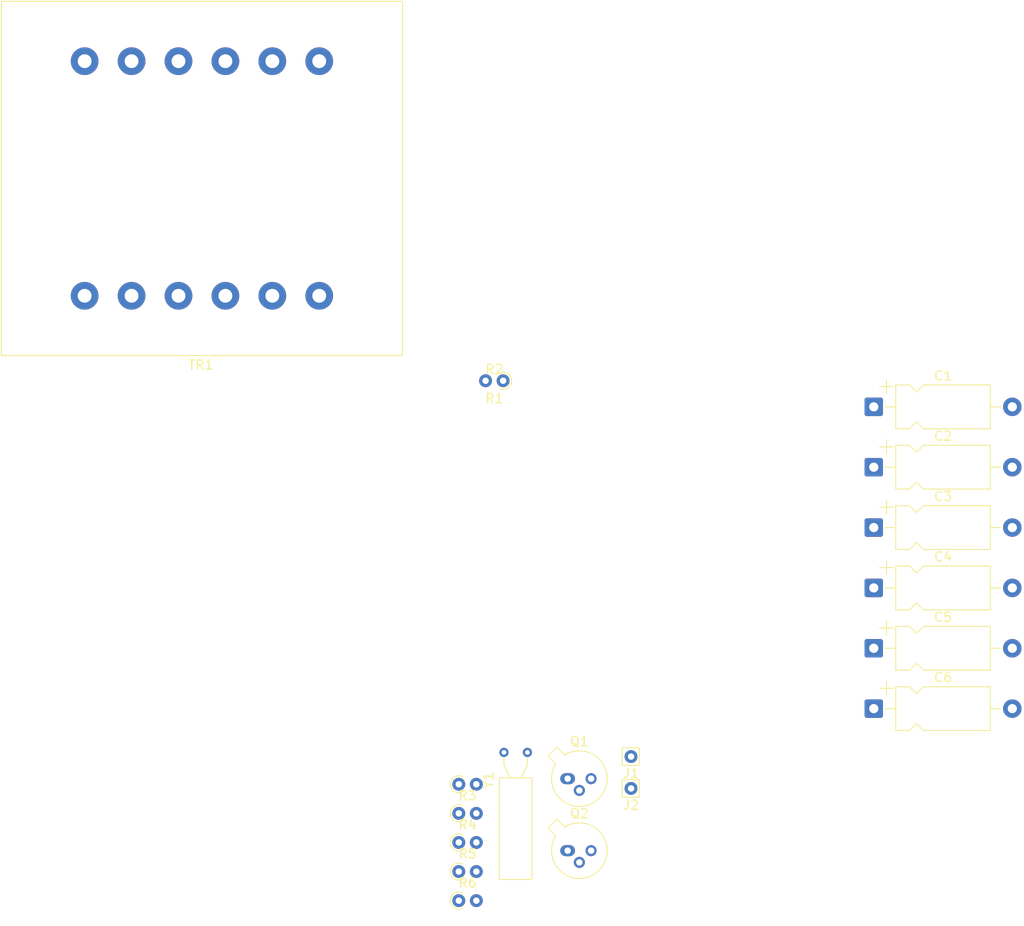
<source format=kicad_pcb>
(kicad_pcb (version 20241229) (generator "pcbnew") (generator_version "9.0")
  (layers (0 "F.Cu" signal) (2 "B.Cu" signal) (13 "F.Paste" user) (15 "B.Paste" user) (5 "F.SilkS" user "F.Silkscreen") (7 "B.SilkS" user "B.Silkscreen") (1 "F.Mask" user) (3 "B.Mask" user) (25 "Edge.Cuts" user))
  (net 0 "")
  (net 1 "Net-(C5-Pad1)")
  (net 2 "Net-(Q1-C)")
  (net 3 "Net-(C3-Pad1)")
  (net 4 "Net-(R5-Pad2)")
  (net 5 "Net-(Q2-E)")
  (net 6 "Net-(Q2-B)")
  (net 7 "Net-(Q2-C)")
  (net 8 "Net-(C1-Pad2)")
  (net 9 "Net-(Q1-E)")
  (net 10 "Net-(Q1-B)")
  (net 11 "Net-(J2-Pin_1)")
  (net 12 "Net-(J1-Pin_1)")
  (footprint "Crystal:Crystal_AT310_D3.0mm_L10.0mm_Horizontal" (layer "F.Cu") (at 123.96 100.24)
    (property "Reference" "Y1" (at -1.67 3.0025 90) (layer "F.SilkS"))
    (property "Value" "Crystal")
    (fp_line (start 0 1.37) (end 0 0.56) (stroke (width 0.12)) (layer "F.SilkS"))
    (fp_line (start 0.67 2.74) (end 0 1.37) (stroke (width 0.12)) (layer "F.SilkS"))
    (fp_line (start 1.87 2.74) (end 2.54 1.37) (stroke (width 0.12)) (layer "F.SilkS"))
    (fp_line (start 2.54 1.37) (end 2.54 0.56) (stroke (width 0.12)) (layer "F.SilkS"))
    (fp_rect (start -0.49 2.74) (end 3.03 13.76) (stroke (width 0.12)) (fill no) (layer "F.SilkS"))
    (pad "1" thru_hole circle (at 0 0) (size 1 1) (drill 0.5) (layers "*.Cu" "*.Mask") (net 10 "Net-(Q1-B)"))
    (pad "2" thru_hole circle (at 2.54 0) (size 1 1) (drill 0.5) (layers "*.Cu" "*.Mask") (net 2 "Net-(Q1-C)"))
  )
  (footprint "Capacitor_THT:CP_Axial_L10.0mm_D4.5mm_P15.00mm_Horizontal" (layer "F.Cu") (at 164 82.43)
    (property "Reference" "C4" (at 7.5 -3.37 0) (layer "F.SilkS"))
    (property "Value" "C")
    (fp_line (start 0.63 -2.2) (end 2.13 -2.2) (stroke (width 0.12)) (layer "F.SilkS"))
    (fp_line (start 1.24 0) (end 2.38 0) (stroke (width 0.12)) (layer "F.SilkS"))
    (fp_line (start 1.38 -2.95) (end 1.38 -1.45) (stroke (width 0.12)) (layer "F.SilkS"))
    (fp_line (start 2.38 -2.37) (end 2.38 2.37) (stroke (width 0.12)) (layer "F.SilkS"))
    (fp_line (start 2.38 -2.37) (end 3.88 -2.37) (stroke (width 0.12)) (layer "F.SilkS"))
    (fp_line (start 2.38 2.37) (end 3.88 2.37) (stroke (width 0.12)) (layer "F.SilkS"))
    (fp_line (start 3.88 -2.37) (end 4.63 -1.62) (stroke (width 0.12)) (layer "F.SilkS"))
    (fp_line (start 3.88 2.37) (end 4.63 1.62) (stroke (width 0.12)) (layer "F.SilkS"))
    (fp_line (start 4.63 -1.62) (end 5.38 -2.37) (stroke (width 0.12)) (layer "F.SilkS"))
    (fp_line (start 4.63 1.62) (end 5.38 2.37) (stroke (width 0.12)) (layer "F.SilkS"))
    (fp_line (start 5.38 -2.37) (end 12.62 -2.37) (stroke (width 0.12)) (layer "F.SilkS"))
    (fp_line (start 5.38 2.37) (end 12.62 2.37) (stroke (width 0.12)) (layer "F.SilkS"))
    (fp_line (start 12.62 -2.37) (end 12.62 2.37) (stroke (width 0.12)) (layer "F.SilkS"))
    (fp_line (start 13.76 0) (end 12.62 0) (stroke (width 0.12)) (layer "F.SilkS"))
    (pad "1" thru_hole roundrect (at 0 0) (size 2 2) (drill 1) (layers "*.Cu" "*.Mask") (roundrect_rratio 0.125) (net 11 "Net-(J2-Pin_1)"))
    (pad "2" thru_hole circle (at 15 0) (size 2 2) (drill 1) (layers "*.Cu" "*.Mask") (net 2 "Net-(Q1-C)"))
  )
  (footprint "Resistor_THT:R_Axial_DIN0204_L3.6mm_D1.6mm_P1.90mm_Vertical" (layer "F.Cu") (at 123.87 60 180)
    (property "Reference" "R1" (at 0.95 -1.92 0) (layer "F.SilkS"))
    (property "Value" "R")
    (fp_arc (start 0.417133 0.82) (mid -0.92 0) (end 0.417133 -0.82) (stroke (width 0.12)) (layer "F.SilkS"))
    (pad "1" thru_hole circle (at 0 0 180) (size 1.4 1.4) (drill 0.7) (layers "*.Cu" "*.Mask") (net 10 "Net-(Q1-B)"))
    (pad "2" thru_hole circle (at 1.9 0 180) (size 1.4 1.4) (drill 0.7) (layers "*.Cu" "*.Mask") (net 8 "Net-(C1-Pad2)"))
  )
  (footprint "Capacitor_THT:CP_Axial_L10.0mm_D4.5mm_P15.00mm_Horizontal" (layer "F.Cu") (at 164 95.5)
    (property "Reference" "C6" (at 7.5 -3.37 0) (layer "F.SilkS"))
    (property "Value" "C")
    (fp_line (start 0.63 -2.2) (end 2.13 -2.2) (stroke (width 0.12)) (layer "F.SilkS"))
    (fp_line (start 1.24 0) (end 2.38 0) (stroke (width 0.12)) (layer "F.SilkS"))
    (fp_line (start 1.38 -2.95) (end 1.38 -1.45) (stroke (width 0.12)) (layer "F.SilkS"))
    (fp_line (start 2.38 -2.37) (end 2.38 2.37) (stroke (width 0.12)) (layer "F.SilkS"))
    (fp_line (start 2.38 -2.37) (end 3.88 -2.37) (stroke (width 0.12)) (layer "F.SilkS"))
    (fp_line (start 2.38 2.37) (end 3.88 2.37) (stroke (width 0.12)) (layer "F.SilkS"))
    (fp_line (start 3.88 -2.37) (end 4.63 -1.62) (stroke (width 0.12)) (layer "F.SilkS"))
    (fp_line (start 3.88 2.37) (end 4.63 1.62) (stroke (width 0.12)) (layer "F.SilkS"))
    (fp_line (start 4.63 -1.62) (end 5.38 -2.37) (stroke (width 0.12)) (layer "F.SilkS"))
    (fp_line (start 4.63 1.62) (end 5.38 2.37) (stroke (width 0.12)) (layer "F.SilkS"))
    (fp_line (start 5.38 -2.37) (end 12.62 -2.37) (stroke (width 0.12)) (layer "F.SilkS"))
    (fp_line (start 5.38 2.37) (end 12.62 2.37) (stroke (width 0.12)) (layer "F.SilkS"))
    (fp_line (start 12.62 -2.37) (end 12.62 2.37) (stroke (width 0.12)) (layer "F.SilkS"))
    (fp_line (start 13.76 0) (end 12.62 0) (stroke (width 0.12)) (layer "F.SilkS"))
    (pad "1" thru_hole roundrect (at 0 0) (size 2 2) (drill 1) (layers "*.Cu" "*.Mask") (roundrect_rratio 0.125) (net 12 "Net-(J1-Pin_1)"))
    (pad "2" thru_hole circle (at 15 0) (size 2 2) (drill 1) (layers "*.Cu" "*.Mask") (net 5 "Net-(Q2-E)"))
  )
  (footprint "Transformer_THT:Transformer_37x44" (layer "F.Cu") (at 98.88 50.8 180)
    (property "Reference" "TR1" (at 7.75 -7.5 0) (layer "F.SilkS"))
    (property "Value" "TRANSF1")
    (fp_line (start 29.33 31.87) (end 29.33 -6.47) (stroke (width 0.12)) (layer "F.SilkS"))
    (fp_line (start 29.33 31.87) (end -14.09 31.87) (stroke (width 0.12)) (layer "F.SilkS"))
    (fp_line (start -14.09 -6.47) (end 29.33 -6.47) (stroke (width 0.12)) (layer "F.SilkS"))
    (fp_line (start -14.09 -6.47) (end -14.09 31.87) (stroke (width 0.12)) (layer "F.SilkS"))
    (pad "" thru_hole circle (at -5.08 0 180) (size 3 3) (drill 1.5) (layers "*.Cu" "*.Mask"))
    (pad "" thru_hole circle (at 0 25.4 180) (size 3 3) (drill 1.5) (layers "*.Cu" "*.Mask"))
    (pad "" thru_hole circle (at 5.08 0 180) (size 3 3) (drill 1.5) (layers "*.Cu" "*.Mask"))
    (pad "" thru_hole circle (at 10.16 0 180) (size 3 3) (drill 1.5) (layers "*.Cu" "*.Mask"))
    (pad "" thru_hole circle (at 10.16 25.4 180) (size 3 3) (drill 1.5) (layers "*.Cu" "*.Mask"))
    (pad "" thru_hole circle (at 15.24 0 180) (size 3 3) (drill 1.5) (layers "*.Cu" "*.Mask"))
    (pad "" thru_hole circle (at 15.24 25.4 180) (size 3 3) (drill 1.5) (layers "*.Cu" "*.Mask"))
    (pad "" thru_hole circle (at 20.32 25.4 180) (size 3 3) (drill 1.5) (layers "*.Cu" "*.Mask"))
    (pad "1" thru_hole circle (at 0 0 180) (size 3 3) (drill 1.5) (layers "*.Cu" "*.Mask") (net 3 "Net-(C3-Pad1)"))
    (pad "2" thru_hole circle (at 20.32 0 180) (size 3 3) (drill 1.5) (layers "*.Cu" "*.Mask") (net 2 "Net-(Q1-C)"))
    (pad "3" thru_hole circle (at 5.08 25.4 180) (size 3 3) (drill 1.5) (layers "*.Cu" "*.Mask") (net 4 "Net-(R5-Pad2)"))
    (pad "4" thru_hole circle (at -5.08 25.4 180) (size 3 3) (drill 1.5) (layers "*.Cu" "*.Mask") (net 1 "Net-(C5-Pad1)"))
  )
  (footprint "Capacitor_THT:CP_Axial_L10.0mm_D4.5mm_P15.00mm_Horizontal" (layer "F.Cu") (at 164 69.36)
    (property "Reference" "C2" (at 7.5 -3.37 0) (layer "F.SilkS"))
    (property "Value" "C")
    (fp_line (start 0.63 -2.2) (end 2.13 -2.2) (stroke (width 0.12)) (layer "F.SilkS"))
    (fp_line (start 1.24 0) (end 2.38 0) (stroke (width 0.12)) (layer "F.SilkS"))
    (fp_line (start 1.38 -2.95) (end 1.38 -1.45) (stroke (width 0.12)) (layer "F.SilkS"))
    (fp_line (start 2.38 -2.37) (end 2.38 2.37) (stroke (width 0.12)) (layer "F.SilkS"))
    (fp_line (start 2.38 -2.37) (end 3.88 -2.37) (stroke (width 0.12)) (layer "F.SilkS"))
    (fp_line (start 2.38 2.37) (end 3.88 2.37) (stroke (width 0.12)) (layer "F.SilkS"))
    (fp_line (start 3.88 -2.37) (end 4.63 -1.62) (stroke (width 0.12)) (layer "F.SilkS"))
    (fp_line (start 3.88 2.37) (end 4.63 1.62) (stroke (width 0.12)) (layer "F.SilkS"))
    (fp_line (start 4.63 -1.62) (end 5.38 -2.37) (stroke (width 0.12)) (layer "F.SilkS"))
    (fp_line (start 4.63 1.62) (end 5.38 2.37) (stroke (width 0.12)) (layer "F.SilkS"))
    (fp_line (start 5.38 -2.37) (end 12.62 -2.37) (stroke (width 0.12)) (layer "F.SilkS"))
    (fp_line (start 5.38 2.37) (end 12.62 2.37) (stroke (width 0.12)) (layer "F.SilkS"))
    (fp_line (start 12.62 -2.37) (end 12.62 2.37) (stroke (width 0.12)) (layer "F.SilkS"))
    (fp_line (start 13.76 0) (end 12.62 0) (stroke (width 0.12)) (layer "F.SilkS"))
    (pad "1" thru_hole roundrect (at 0 0) (size 2 2) (drill 1) (layers "*.Cu" "*.Mask") (roundrect_rratio 0.125) (net 9 "Net-(Q1-E)"))
    (pad "2" thru_hole circle (at 15 0) (size 2 2) (drill 1) (layers "*.Cu" "*.Mask") (net 8 "Net-(C1-Pad2)"))
  )
  (footprint "Package_TO_SOT_THT:TO-18-3" (layer "F.Cu") (at 130.853922 110.877844)
    (property "Reference" "Q2" (at 1.27 -4.01 0) (layer "F.SilkS"))
    (property "Value" "BC107")
    (fp_line (start -2.130108 -2.424301) (end -1.289618 -1.583811) (stroke (width 0.12)) (layer "F.SilkS"))
    (fp_line (start -1.154301 -3.400108) (end -2.130108 -2.424301) (stroke (width 0.12)) (layer "F.SilkS"))
    (fp_line (start -0.313811 -2.559618) (end -1.154301 -3.400108) (stroke (width 0.12)) (layer "F.SilkS"))
    (fp_arc (start -0.313811 -2.559618) (mid 3.398391 2.128391) (end -1.289618 -1.583811) (stroke (width 0.12)) (layer "F.SilkS"))
    (pad "1" thru_hole oval (at 0 0) (size 1.6 1.2) (drill 0.7) (layers "*.Cu" "*.Mask") (net 5 "Net-(Q2-E)"))
    (pad "2" thru_hole circle (at 1.27 1.27) (size 1.2 1.2) (drill 0.7) (layers "*.Cu" "*.Mask") (net 6 "Net-(Q2-B)"))
    (pad "3" thru_hole circle (at 2.54 0) (size 1.2 1.2) (drill 0.7) (layers "*.Cu" "*.Mask") (net 7 "Net-(Q2-C)"))
  )
  (footprint "Resistor_THT:R_Axial_DIN0204_L3.6mm_D1.6mm_P1.90mm_Vertical" (layer "F.Cu") (at 119.07 109.99)
    (property "Reference" "R4" (at 0.95 -1.92 0) (layer "F.SilkS"))
    (property "Value" "R")
    (fp_arc (start 0.417133 0.82) (mid -0.92 0) (end 0.417133 -0.82) (stroke (width 0.12)) (layer "F.SilkS"))
    (pad "1" thru_hole circle (at 0 0) (size 1.4 1.4) (drill 0.7) (layers "*.Cu" "*.Mask") (net 6 "Net-(Q2-B)"))
    (pad "2" thru_hole circle (at 1.9 0) (size 1.4 1.4) (drill 0.7) (layers "*.Cu" "*.Mask") (net 7 "Net-(Q2-C)"))
  )
  (footprint "Resistor_THT:R_Axial_DIN0204_L3.6mm_D1.6mm_P1.90mm_Vertical" (layer "F.Cu") (at 119.07 103.69)
    (property "Reference" "R2" (at 3.85 -44.92 180) (layer "F.SilkS"))
    (property "Value" "R")
    (fp_arc (start 0.417133 0.82) (mid -0.92 0) (end 0.417133 -0.82) (stroke (width 0.12)) (layer "F.SilkS"))
    (pad "1" thru_hole circle (at 0 0) (size 1.4 1.4) (drill 0.7) (layers "*.Cu" "*.Mask") (net 3 "Net-(C3-Pad1)"))
    (pad "2" thru_hole circle (at 1.9 0) (size 1.4 1.4) (drill 0.7) (layers "*.Cu" "*.Mask") (net 10 "Net-(Q1-B)"))
  )
  (footprint "Package_TO_SOT_THT:TO-18-3" (layer "F.Cu") (at 130.853922 103.083922)
    (property "Reference" "Q1" (at 1.27 -4.01 0) (layer "F.SilkS"))
    (property "Value" "BC107")
    (fp_line (start -2.130108 -2.424301) (end -1.289618 -1.583811) (stroke (width 0.12)) (layer "F.SilkS"))
    (fp_line (start -1.154301 -3.400108) (end -2.130108 -2.424301) (stroke (width 0.12)) (layer "F.SilkS"))
    (fp_line (start -0.313811 -2.559618) (end -1.154301 -3.400108) (stroke (width 0.12)) (layer "F.SilkS"))
    (fp_arc (start -0.313811 -2.559618) (mid 3.398391 2.128391) (end -1.289618 -1.583811) (stroke (width 0.12)) (layer "F.SilkS"))
    (pad "1" thru_hole oval (at 0 0) (size 1.6 1.2) (drill 0.7) (layers "*.Cu" "*.Mask") (net 9 "Net-(Q1-E)"))
    (pad "2" thru_hole circle (at 1.27 1.27) (size 1.2 1.2) (drill 0.7) (layers "*.Cu" "*.Mask") (net 10 "Net-(Q1-B)"))
    (pad "3" thru_hole circle (at 2.54 0) (size 1.2 1.2) (drill 0.7) (layers "*.Cu" "*.Mask") (net 2 "Net-(Q1-C)"))
  )
  (footprint "Capacitor_THT:CP_Axial_L10.0mm_D4.5mm_P15.00mm_Horizontal" (layer "F.Cu") (at 164 88.965)
    (property "Reference" "C5" (at 7.5 -3.37 0) (layer "F.SilkS"))
    (property "Value" "C")
    (fp_line (start 0.63 -2.2) (end 2.13 -2.2) (stroke (width 0.12)) (layer "F.SilkS"))
    (fp_line (start 1.24 0) (end 2.38 0) (stroke (width 0.12)) (layer "F.SilkS"))
    (fp_line (start 1.38 -2.95) (end 1.38 -1.45) (stroke (width 0.12)) (layer "F.SilkS"))
    (fp_line (start 2.38 -2.37) (end 2.38 2.37) (stroke (width 0.12)) (layer "F.SilkS"))
    (fp_line (start 2.38 -2.37) (end 3.88 -2.37) (stroke (width 0.12)) (layer "F.SilkS"))
    (fp_line (start 2.38 2.37) (end 3.88 2.37) (stroke (width 0.12)) (layer "F.SilkS"))
    (fp_line (start 3.88 -2.37) (end 4.63 -1.62) (stroke (width 0.12)) (layer "F.SilkS"))
    (fp_line (start 3.88 2.37) (end 4.63 1.62) (stroke (width 0.12)) (layer "F.SilkS"))
    (fp_line (start 4.63 -1.62) (end 5.38 -2.37) (stroke (width 0.12)) (layer "F.SilkS"))
    (fp_line (start 4.63 1.62) (end 5.38 2.37) (stroke (width 0.12)) (layer "F.SilkS"))
    (fp_line (start 5.38 -2.37) (end 12.62 -2.37) (stroke (width 0.12)) (layer "F.SilkS"))
    (fp_line (start 5.38 2.37) (end 12.62 2.37) (stroke (width 0.12)) (layer "F.SilkS"))
    (fp_line (start 12.62 -2.37) (end 12.62 2.37) (stroke (width 0.12)) (layer "F.SilkS"))
    (fp_line (start 13.76 0) (end 12.62 0) (stroke (width 0.12)) (layer "F.SilkS"))
    (pad "1" thru_hole roundrect (at 0 0) (size 2 2) (drill 1) (layers "*.Cu" "*.Mask") (roundrect_rratio 0.125) (net 1 "Net-(C5-Pad1)"))
    (pad "2" thru_hole circle (at 15 0) (size 2 2) (drill 1) (layers "*.Cu" "*.Mask") (net 6 "Net-(Q2-B)"))
  )
  (footprint "Connector_Pin:Pin_D0.7mm_L6.5mm_W1.8mm_FlatFork" (layer "F.Cu") (at 137.72 100.69)
    (property "Reference" "J1" (at 0 1.8 0) (layer "F.SilkS"))
    (property "Value" "Conn_01x01_Socket")
    (fp_line (start -0.95 -0.95) (end -0.95 0.95) (stroke (width 0.12)) (layer "F.SilkS"))
    (fp_line (start -0.95 0.95) (end 0.9 0.95) (stroke (width 0.12)) (layer "F.SilkS"))
    (fp_line (start 0.9 -0.95) (end -0.95 -0.95) (stroke (width 0.12)) (layer "F.SilkS"))
    (fp_line (start 0.9 -0.9) (end 0.9 -0.95) (stroke (width 0.12)) (layer "F.SilkS"))
    (fp_line (start 0.9 0.95) (end 0.9 -0.9) (stroke (width 0.12)) (layer "F.SilkS"))
    (pad "1" thru_hole circle (at 0 0) (size 1.4 1.4) (drill 0.7) (layers "*.Cu" "*.Mask") (net 12 "Net-(J1-Pin_1)"))
  )
  (footprint "Resistor_THT:R_Axial_DIN0204_L3.6mm_D1.6mm_P1.90mm_Vertical" (layer "F.Cu") (at 119.07 106.84)
    (property "Reference" "R3" (at 0.95 -1.92 0) (layer "F.SilkS"))
    (property "Value" "R")
    (fp_arc (start 0.417133 0.82) (mid -0.92 0) (end 0.417133 -0.82) (stroke (width 0.12)) (layer "F.SilkS"))
    (pad "1" thru_hole circle (at 0 0) (size 1.4 1.4) (drill 0.7) (layers "*.Cu" "*.Mask") (net 9 "Net-(Q1-E)"))
    (pad "2" thru_hole circle (at 1.9 0) (size 1.4 1.4) (drill 0.7) (layers "*.Cu" "*.Mask") (net 8 "Net-(C1-Pad2)"))
  )
  (footprint "Resistor_THT:R_Axial_DIN0204_L3.6mm_D1.6mm_P1.90mm_Vertical" (layer "F.Cu") (at 119.07 113.14)
    (property "Reference" "R5" (at 0.95 -1.92 0) (layer "F.SilkS"))
    (property "Value" "R")
    (fp_arc (start 0.417133 0.82) (mid -0.92 0) (end 0.417133 -0.82) (stroke (width 0.12)) (layer "F.SilkS"))
    (pad "1" thru_hole circle (at 0 0) (size 1.4 1.4) (drill 0.7) (layers "*.Cu" "*.Mask") (net 6 "Net-(Q2-B)"))
    (pad "2" thru_hole circle (at 1.9 0) (size 1.4 1.4) (drill 0.7) (layers "*.Cu" "*.Mask") (net 4 "Net-(R5-Pad2)"))
  )
  (footprint "Capacitor_THT:CP_Axial_L10.0mm_D4.5mm_P15.00mm_Horizontal" (layer "F.Cu") (at 164 75.895)
    (property "Reference" "C3" (at 7.5 -3.37 0) (layer "F.SilkS"))
    (property "Value" "C")
    (fp_line (start 0.63 -2.2) (end 2.13 -2.2) (stroke (width 0.12)) (layer "F.SilkS"))
    (fp_line (start 1.24 0) (end 2.38 0) (stroke (width 0.12)) (layer "F.SilkS"))
    (fp_line (start 1.38 -2.95) (end 1.38 -1.45) (stroke (width 0.12)) (layer "F.SilkS"))
    (fp_line (start 2.38 -2.37) (end 2.38 2.37) (stroke (width 0.12)) (layer "F.SilkS"))
    (fp_line (start 2.38 -2.37) (end 3.88 -2.37) (stroke (width 0.12)) (layer "F.SilkS"))
    (fp_line (start 2.38 2.37) (end 3.88 2.37) (stroke (width 0.12)) (layer "F.SilkS"))
    (fp_line (start 3.88 -2.37) (end 4.63 -1.62) (stroke (width 0.12)) (layer "F.SilkS"))
    (fp_line (start 3.88 2.37) (end 4.63 1.62) (stroke (width 0.12)) (layer "F.SilkS"))
    (fp_line (start 4.63 -1.62) (end 5.38 -2.37) (stroke (width 0.12)) (layer "F.SilkS"))
    (fp_line (start 4.63 1.62) (end 5.38 2.37) (stroke (width 0.12)) (layer "F.SilkS"))
    (fp_line (start 5.38 -2.37) (end 12.62 -2.37) (stroke (width 0.12)) (layer "F.SilkS"))
    (fp_line (start 5.38 2.37) (end 12.62 2.37) (stroke (width 0.12)) (layer "F.SilkS"))
    (fp_line (start 12.62 -2.37) (end 12.62 2.37) (stroke (width 0.12)) (layer "F.SilkS"))
    (fp_line (start 13.76 0) (end 12.62 0) (stroke (width 0.12)) (layer "F.SilkS"))
    (pad "1" thru_hole roundrect (at 0 0) (size 2 2) (drill 1) (layers "*.Cu" "*.Mask") (roundrect_rratio 0.125) (net 3 "Net-(C3-Pad1)"))
    (pad "2" thru_hole circle (at 15 0) (size 2 2) (drill 1) (layers "*.Cu" "*.Mask") (net 2 "Net-(Q1-C)"))
  )
  (footprint "Resistor_THT:R_Axial_DIN0204_L3.6mm_D1.6mm_P1.90mm_Vertical" (layer "F.Cu") (at 119.07 116.29)
    (property "Reference" "R6" (at 0.95 -1.92 0) (layer "F.SilkS"))
    (property "Value" "R")
    (fp_arc (start 0.417133 0.82) (mid -0.92 0) (end 0.417133 -0.82) (stroke (width 0.12)) (layer "F.SilkS"))
    (pad "1" thru_hole circle (at 0 0) (size 1.4 1.4) (drill 0.7) (layers "*.Cu" "*.Mask") (net 5 "Net-(Q2-E)"))
    (pad "2" thru_hole circle (at 1.9 0) (size 1.4 1.4) (drill 0.7) (layers "*.Cu" "*.Mask") (net 4 "Net-(R5-Pad2)"))
  )
  (footprint "Capacitor_THT:CP_Axial_L10.0mm_D4.5mm_P15.00mm_Horizontal" (layer "F.Cu") (at 164 62.825)
    (property "Reference" "C1" (at 7.5 -3.37 0) (layer "F.SilkS"))
    (property "Value" "C")
    (fp_line (start 0.63 -2.2) (end 2.13 -2.2) (stroke (width 0.12)) (layer "F.SilkS"))
    (fp_line (start 1.24 0) (end 2.38 0) (stroke (width 0.12)) (layer "F.SilkS"))
    (fp_line (start 1.38 -2.95) (end 1.38 -1.45) (stroke (width 0.12)) (layer "F.SilkS"))
    (fp_line (start 2.38 -2.37) (end 2.38 2.37) (stroke (width 0.12)) (layer "F.SilkS"))
    (fp_line (start 2.38 -2.37) (end 3.88 -2.37) (stroke (width 0.12)) (layer "F.SilkS"))
    (fp_line (start 2.38 2.37) (end 3.88 2.37) (stroke (width 0.12)) (layer "F.SilkS"))
    (fp_line (start 3.88 -2.37) (end 4.63 -1.62) (stroke (width 0.12)) (layer "F.SilkS"))
    (fp_line (start 3.88 2.37) (end 4.63 1.62) (stroke (width 0.12)) (layer "F.SilkS"))
    (fp_line (start 4.63 -1.62) (end 5.38 -2.37) (stroke (width 0.12)) (layer "F.SilkS"))
    (fp_line (start 4.63 1.62) (end 5.38 2.37) (stroke (width 0.12)) (layer "F.SilkS"))
    (fp_line (start 5.38 -2.37) (end 12.62 -2.37) (stroke (width 0.12)) (layer "F.SilkS"))
    (fp_line (start 5.38 2.37) (end 12.62 2.37) (stroke (width 0.12)) (layer "F.SilkS"))
    (fp_line (start 12.62 -2.37) (end 12.62 2.37) (stroke (width 0.12)) (layer "F.SilkS"))
    (fp_line (start 13.76 0) (end 12.62 0) (stroke (width 0.12)) (layer "F.SilkS"))
    (pad "1" thru_hole roundrect (at 0 0) (size 2 2) (drill 1) (layers "*.Cu" "*.Mask") (roundrect_rratio 0.125) (net 10 "Net-(Q1-B)"))
    (pad "2" thru_hole circle (at 15 0) (size 2 2) (drill 1) (layers "*.Cu" "*.Mask") (net 8 "Net-(C1-Pad2)"))
  )
  (footprint "Connector_Pin:Pin_D0.7mm_L6.5mm_W1.8mm_FlatFork" (layer "F.Cu") (at 137.72 104.14)
    (property "Reference" "J2" (at 0 1.8 0) (layer "F.SilkS"))
    (property "Value" "Conn_01x01_Socket")
    (fp_line (start -0.95 -0.95) (end -0.95 0.95) (stroke (width 0.12)) (layer "F.SilkS"))
    (fp_line (start -0.95 0.95) (end 0.9 0.95) (stroke (width 0.12)) (layer "F.SilkS"))
    (fp_line (start 0.9 -0.95) (end -0.95 -0.95) (stroke (width 0.12)) (layer "F.SilkS"))
    (fp_line (start 0.9 -0.9) (end 0.9 -0.95) (stroke (width 0.12)) (layer "F.SilkS"))
    (fp_line (start 0.9 0.95) (end 0.9 -0.9) (stroke (width 0.12)) (layer "F.SilkS"))
    (pad "1" thru_hole circle (at 0 0) (size 1.4 1.4) (drill 0.7) (layers "*.Cu" "*.Mask") (net 11 "Net-(J2-Pin_1)"))
  )
)
</source>
